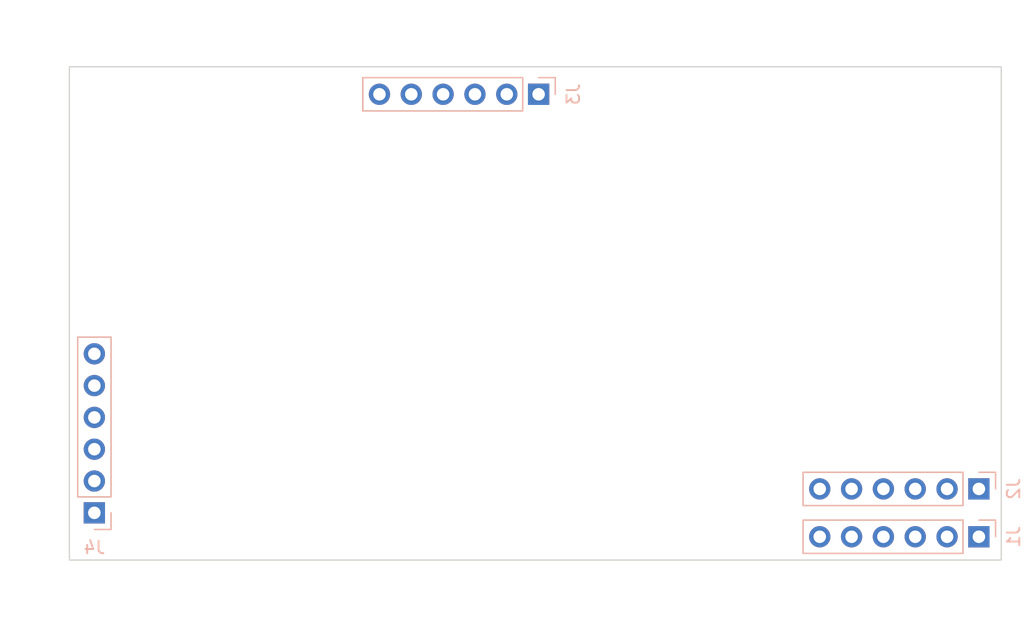
<source format=kicad_pcb>
(kicad_pcb (version 20221018) (generator pcbnew)
  (layers (0 "F.Cu" signal) (31 "B.Cu" signal) (34 "B.Paste" user) (35 "F.Paste" user) (36 "B.SilkS" user "B.Silkscreen") (37 "F.SilkS" user "F.Silkscreen") (38 "B.Mask" user) (39 "F.Mask" user) (44 "Edge.Cuts" user))
  (net 0 "")
  (footprint "Connector_PinSocket_2.54mm:PinSocket_1x06_P2.54mm_Vertical" (layer "B.Cu") (at 108.5751 78.5284 90)
    (fp_text reference "J1" (at 0 2.77 90) (layer "B.SilkS") (effects (justify mirror)))
    (fp_text value "Conn_01x06_Socket")
    (fp_line (start -1.33 -14.03) (end 1.33 -14.03) (stroke (width 0.12)) (layer "B.SilkS"))
    (fp_line (start -1.33 -1.27) (end -1.33 -14.03) (stroke (width 0.12)) (layer "B.SilkS"))
    (fp_line (start -1.33 -1.27) (end 1.33 -1.27) (stroke (width 0.12)) (layer "B.SilkS"))
    (fp_line (start 0 1.33) (end 1.33 1.33) (stroke (width 0.12)) (layer "B.SilkS"))
    (fp_line (start 1.33 -1.27) (end 1.33 -14.03) (stroke (width 0.12)) (layer "B.SilkS"))
    (fp_line (start 1.33 1.33) (end 1.33 0) (stroke (width 0.12)) (layer "B.SilkS"))
    (pad "1" thru_hole rect (at 0 0 90) (size 1.7 1.7) (drill 1) (layers "*.Cu" "*.Mask"))
    (pad "2" thru_hole oval (at 0 -2.54 90) (size 1.7 1.7) (drill 1) (layers "*.Cu" "*.Mask"))
    (pad "3" thru_hole oval (at 0 -5.08 90) (size 1.7 1.7) (drill 1) (layers "*.Cu" "*.Mask"))
    (pad "4" thru_hole oval (at 0 -7.62 90) (size 1.7 1.7) (drill 1) (layers "*.Cu" "*.Mask"))
    (pad "5" thru_hole oval (at 0 -10.16 90) (size 1.7 1.7) (drill 1) (layers "*.Cu" "*.Mask"))
    (pad "6" thru_hole oval (at 0 -12.7 90) (size 1.7 1.7) (drill 1) (layers "*.Cu" "*.Mask"))
  )
  (footprint "Connector_PinSocket_2.54mm:PinSocket_1x06_P2.54mm_Vertical" (layer "B.Cu") (at 73.4418 43.1934 90)
    (fp_text reference "J3" (at 0 2.77 90) (layer "B.SilkS") (effects (justify mirror)))
    (fp_text value "Conn_01x06_Socket")
    (fp_line (start -1.33 -14.03) (end 1.33 -14.03) (stroke (width 0.12)) (layer "B.SilkS"))
    (fp_line (start -1.33 -1.27) (end -1.33 -14.03) (stroke (width 0.12)) (layer "B.SilkS"))
    (fp_line (start -1.33 -1.27) (end 1.33 -1.27) (stroke (width 0.12)) (layer "B.SilkS"))
    (fp_line (start 0 1.33) (end 1.33 1.33) (stroke (width 0.12)) (layer "B.SilkS"))
    (fp_line (start 1.33 -1.27) (end 1.33 -14.03) (stroke (width 0.12)) (layer "B.SilkS"))
    (fp_line (start 1.33 1.33) (end 1.33 0) (stroke (width 0.12)) (layer "B.SilkS"))
    (pad "1" thru_hole rect (at 0 0 90) (size 1.7 1.7) (drill 1) (layers "*.Cu" "*.Mask"))
    (pad "2" thru_hole oval (at 0 -2.54 90) (size 1.7 1.7) (drill 1) (layers "*.Cu" "*.Mask"))
    (pad "3" thru_hole oval (at 0 -5.08 90) (size 1.7 1.7) (drill 1) (layers "*.Cu" "*.Mask"))
    (pad "4" thru_hole oval (at 0 -7.62 90) (size 1.7 1.7) (drill 1) (layers "*.Cu" "*.Mask"))
    (pad "5" thru_hole oval (at 0 -10.16 90) (size 1.7 1.7) (drill 1) (layers "*.Cu" "*.Mask"))
    (pad "6" thru_hole oval (at 0 -12.7 90) (size 1.7 1.7) (drill 1) (layers "*.Cu" "*.Mask"))
  )
  (footprint "Connector_PinSocket_2.54mm:PinSocket_1x06_P2.54mm_Vertical" (layer "B.Cu") (at 37.9918 76.6184)
    (fp_text reference "J4" (at 0 2.77) (layer "B.SilkS") (effects (justify mirror)))
    (fp_text value "Conn_01x06_Socket")
    (fp_line (start -1.33 -14.03) (end 1.33 -14.03) (stroke (width 0.12)) (layer "B.SilkS"))
    (fp_line (start -1.33 -1.27) (end -1.33 -14.03) (stroke (width 0.12)) (layer "B.SilkS"))
    (fp_line (start -1.33 -1.27) (end 1.33 -1.27) (stroke (width 0.12)) (layer "B.SilkS"))
    (fp_line (start 0 1.33) (end 1.33 1.33) (stroke (width 0.12)) (layer "B.SilkS"))
    (fp_line (start 1.33 -1.27) (end 1.33 -14.03) (stroke (width 0.12)) (layer "B.SilkS"))
    (fp_line (start 1.33 1.33) (end 1.33 0) (stroke (width 0.12)) (layer "B.SilkS"))
    (pad "1" thru_hole rect (at 0 0) (size 1.7 1.7) (drill 1) (layers "*.Cu" "*.Mask"))
    (pad "2" thru_hole oval (at 0 -2.54) (size 1.7 1.7) (drill 1) (layers "*.Cu" "*.Mask"))
    (pad "3" thru_hole oval (at 0 -5.08) (size 1.7 1.7) (drill 1) (layers "*.Cu" "*.Mask"))
    (pad "4" thru_hole oval (at 0 -7.62) (size 1.7 1.7) (drill 1) (layers "*.Cu" "*.Mask"))
    (pad "5" thru_hole oval (at 0 -10.16) (size 1.7 1.7) (drill 1) (layers "*.Cu" "*.Mask"))
    (pad "6" thru_hole oval (at 0 -12.7) (size 1.7 1.7) (drill 1) (layers "*.Cu" "*.Mask"))
  )
  (footprint "Connector_PinSocket_2.54mm:PinSocket_1x06_P2.54mm_Vertical" (layer "B.Cu") (at 108.5751 74.7084 90)
    (fp_text reference "J2" (at 0 2.77 90) (layer "B.SilkS") (effects (justify mirror)))
    (fp_text value "Conn_01x06_Socket")
    (fp_line (start -1.33 -14.03) (end 1.33 -14.03) (stroke (width 0.12)) (layer "B.SilkS"))
    (fp_line (start -1.33 -1.27) (end -1.33 -14.03) (stroke (width 0.12)) (layer "B.SilkS"))
    (fp_line (start -1.33 -1.27) (end 1.33 -1.27) (stroke (width 0.12)) (layer "B.SilkS"))
    (fp_line (start 0 1.33) (end 1.33 1.33) (stroke (width 0.12)) (layer "B.SilkS"))
    (fp_line (start 1.33 -1.27) (end 1.33 -14.03) (stroke (width 0.12)) (layer "B.SilkS"))
    (fp_line (start 1.33 1.33) (end 1.33 0) (stroke (width 0.12)) (layer "B.SilkS"))
    (pad "1" thru_hole rect (at 0 0 90) (size 1.7 1.7) (drill 1) (layers "*.Cu" "*.Mask"))
    (pad "2" thru_hole oval (at 0 -2.54 90) (size 1.7 1.7) (drill 1) (layers "*.Cu" "*.Mask"))
    (pad "3" thru_hole oval (at 0 -5.08 90) (size 1.7 1.7) (drill 1) (layers "*.Cu" "*.Mask"))
    (pad "4" thru_hole oval (at 0 -7.62 90) (size 1.7 1.7) (drill 1) (layers "*.Cu" "*.Mask"))
    (pad "5" thru_hole oval (at 0 -10.16 90) (size 1.7 1.7) (drill 1) (layers "*.Cu" "*.Mask"))
    (pad "6" thru_hole oval (at 0 -12.7 90) (size 1.7 1.7) (drill 1) (layers "*.Cu" "*.Mask"))
  )
  (gr_rect (start 36 41) (end 110.36 80.39) (stroke (width 0.1)) (fill none) (layer "Edge.Cuts"))
)
</source>
